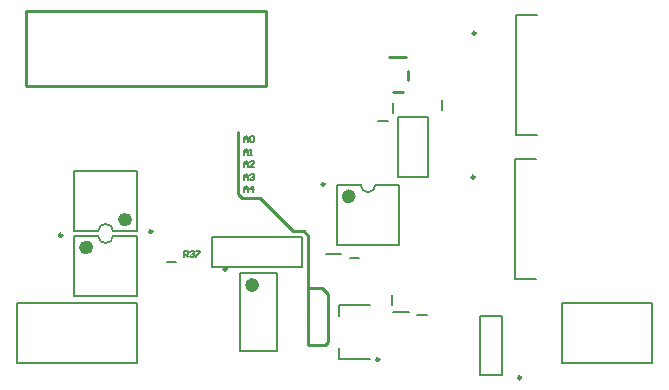
<source format=gto>
G04*
G04 #@! TF.GenerationSoftware,Altium Limited,Altium Designer,24.5.2 (23)*
G04*
G04 Layer_Color=65535*
%FSLAX25Y25*%
%MOIN*%
G70*
G04*
G04 #@! TF.SameCoordinates,CB4C24F7-EE71-4198-96C3-8168C5EFC23F*
G04*
G04*
G04 #@! TF.FilePolarity,Positive*
G04*
G01*
G75*
%ADD10C,0.00984*%
%ADD11C,0.00787*%
%ADD12C,0.02362*%
%ADD13C,0.01000*%
%ADD14C,0.00500*%
D10*
X154992Y69035D02*
G03*
X154992Y69035I-492J0D01*
G01*
X170390Y2153D02*
G03*
X170390Y2153I-492J0D01*
G01*
X104992Y66618D02*
G03*
X104992Y66618I-492J0D01*
G01*
X123169Y8248D02*
G03*
X123169Y8248I-492J0D01*
G01*
X155319Y117035D02*
G03*
X155319Y117035I-492J0D01*
G01*
X47492Y50882D02*
G03*
X47492Y50882I-492J0D01*
G01*
X17492Y49618D02*
G03*
X17492Y49618I-492J0D01*
G01*
X72272Y38370D02*
G03*
X72272Y38370I-492J0D01*
G01*
D11*
X117000Y66539D02*
G03*
X122000Y66539I2500J0D01*
G01*
X34500Y50961D02*
G03*
X29500Y50961I-2500J0D01*
G01*
Y49539D02*
G03*
X34500Y49539I2500J0D01*
G01*
X168476Y34921D02*
X175563D01*
X168476D02*
Y75079D01*
X175563D01*
X156905Y22842D02*
X163992D01*
X156905Y3158D02*
X163992D01*
X156905D02*
Y22842D01*
X163992Y3158D02*
Y22842D01*
X127307Y26425D02*
Y29575D01*
X109067Y46461D02*
Y66539D01*
X129933Y46461D02*
Y66539D01*
X109067D02*
X117000D01*
X122000D02*
X129933D01*
X109067Y46461D02*
X129933D01*
X42500Y7000D02*
Y27000D01*
X2500Y7000D02*
Y27000D01*
X42500D01*
X2500Y7000D02*
X42500D01*
X52425Y40693D02*
X55575D01*
X109882Y8445D02*
X120118D01*
X109882D02*
Y12185D01*
Y26555D02*
X120118D01*
X109882Y22815D02*
Y26555D01*
X168803Y123079D02*
X175890D01*
X168803Y82921D02*
Y123079D01*
Y82921D02*
X175890D01*
X214000Y7000D02*
Y27000D01*
X184000Y7000D02*
Y27000D01*
X214000D01*
X184000Y7000D02*
X214000D01*
X194833D02*
X214000D01*
X21567Y71039D02*
X42433D01*
X21567Y50961D02*
X29500D01*
X34500D02*
X42433D01*
X21567D02*
Y71039D01*
X42433Y50961D02*
Y71039D01*
X21567Y29461D02*
X42433D01*
X34500Y49539D02*
X42433D01*
X21567D02*
X29500D01*
X42433Y29461D02*
Y49539D01*
X21567Y29461D02*
Y49539D01*
X76898Y11008D02*
X89102D01*
X76898Y36992D02*
X89102D01*
Y11008D02*
Y36992D01*
X76898Y11008D02*
Y36992D01*
X144193Y91425D02*
Y94575D01*
X67500Y49000D02*
X97500D01*
X67500Y39000D02*
Y49000D01*
Y39000D02*
X97500D01*
Y49000D01*
X135925Y23193D02*
X139075D01*
X127941Y23980D02*
X133059D01*
X129500Y69000D02*
X139500D01*
X129500D02*
Y89000D01*
X139500D01*
Y69000D02*
Y89000D01*
X127693Y90425D02*
Y93575D01*
X122925Y87846D02*
X126075D01*
X113425Y42193D02*
X116575D01*
X105441Y43480D02*
X110559D01*
D12*
X114185Y62602D02*
G03*
X114185Y62602I-1181J0D01*
G01*
X39677Y54898D02*
G03*
X39677Y54898I-1181J0D01*
G01*
X26685Y45602D02*
G03*
X26685Y45602I-1181J0D01*
G01*
X82016Y33055D02*
G03*
X82016Y33055I-1181J0D01*
G01*
D13*
X100000Y32000D02*
X104000D01*
X76000Y63500D02*
Y84000D01*
X104000Y32000D02*
X106000Y30000D01*
Y14000D02*
Y30000D01*
X105000Y13000D02*
X106000Y14000D01*
X99500Y13000D02*
X105000D01*
X99500D02*
Y49500D01*
X98000Y51000D02*
X99500Y49500D01*
X94500Y51000D02*
X98000D01*
X83500Y62000D02*
X94500Y51000D01*
X77500Y62000D02*
X83500D01*
X76000Y63500D02*
X77500Y62000D01*
X5500Y124500D02*
X85500D01*
Y99500D02*
Y124500D01*
X5500Y99500D02*
X85500D01*
X5500D02*
Y124500D01*
X132831Y101500D02*
Y104499D01*
X127668Y97500D02*
X130994D01*
X126581Y109000D02*
X132081Y108999D01*
D14*
X78000Y68179D02*
Y69512D01*
X78666Y70179D01*
X79333Y69512D01*
Y68179D01*
Y69179D01*
X78000D01*
X79999Y69846D02*
X80333Y70179D01*
X80999D01*
X81332Y69846D01*
Y69512D01*
X80999Y69179D01*
X80666D01*
X80999D01*
X81332Y68846D01*
Y68513D01*
X80999Y68179D01*
X80333D01*
X79999Y68513D01*
X78000Y64000D02*
Y65333D01*
X78666Y65999D01*
X79333Y65333D01*
Y64000D01*
Y65000D01*
X78000D01*
X80999Y64000D02*
Y65999D01*
X79999Y65000D01*
X81332D01*
X78000Y72359D02*
Y73692D01*
X78666Y74358D01*
X79333Y73692D01*
Y72359D01*
Y73359D01*
X78000D01*
X81332Y72359D02*
X79999D01*
X81332Y73692D01*
Y74025D01*
X80999Y74358D01*
X80333D01*
X79999Y74025D01*
X78000Y76538D02*
Y77871D01*
X78666Y78538D01*
X79333Y77871D01*
Y76538D01*
Y77538D01*
X78000D01*
X79999Y76538D02*
X80666D01*
X80333D01*
Y78538D01*
X79999Y78204D01*
X78000Y80718D02*
Y82051D01*
X78666Y82717D01*
X79333Y82051D01*
Y80718D01*
Y81717D01*
X78000D01*
X79999Y82384D02*
X80333Y82717D01*
X80999D01*
X81332Y82384D01*
Y81051D01*
X80999Y80718D01*
X80333D01*
X79999Y81051D01*
Y82384D01*
X58100Y42400D02*
Y44399D01*
X59100D01*
X59433Y44066D01*
Y43400D01*
X59100Y43066D01*
X58100D01*
X58766D02*
X59433Y42400D01*
X60099Y44066D02*
X60433Y44399D01*
X61099D01*
X61432Y44066D01*
Y43733D01*
X61099Y43400D01*
X60766D01*
X61099D01*
X61432Y43066D01*
Y42733D01*
X61099Y42400D01*
X60433D01*
X60099Y42733D01*
X62099Y44399D02*
X63432D01*
Y44066D01*
X62099Y42733D01*
Y42400D01*
M02*

</source>
